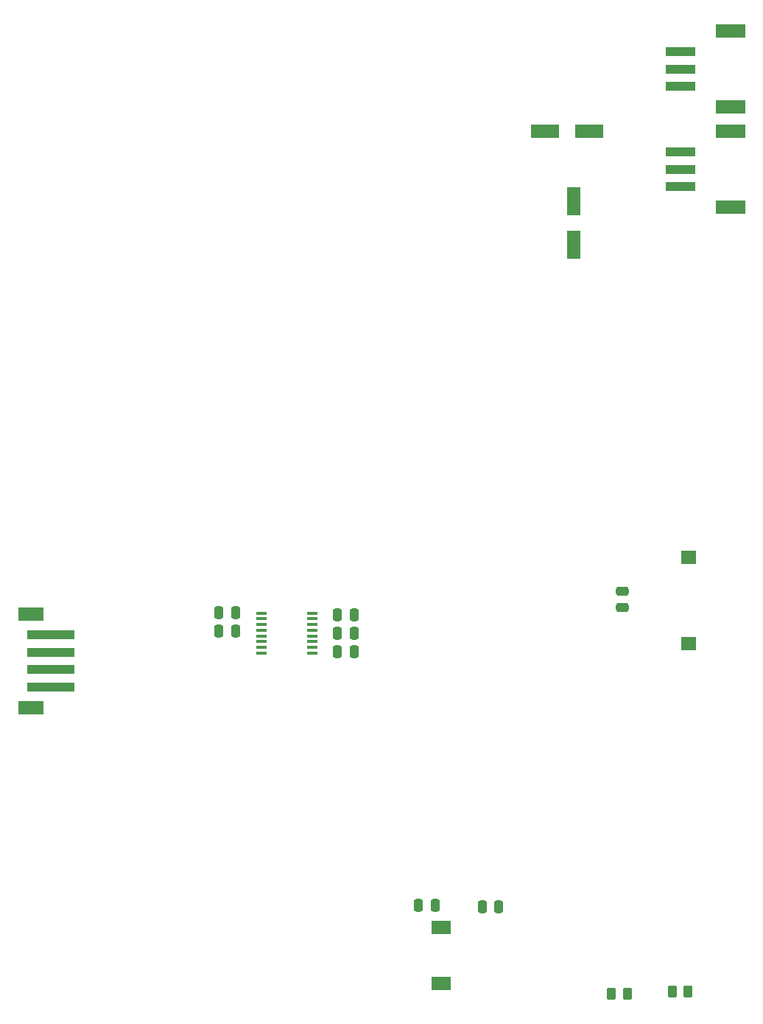
<source format=gbr>
%TF.GenerationSoftware,KiCad,Pcbnew,8.0.8*%
%TF.CreationDate,2026-02-11T18:54:27+05:30*%
%TF.ProjectId,Final_Integration,46696e61-6c5f-4496-9e74-656772617469,rev?*%
%TF.SameCoordinates,Original*%
%TF.FileFunction,Paste,Top*%
%TF.FilePolarity,Positive*%
%FSLAX46Y46*%
G04 Gerber Fmt 4.6, Leading zero omitted, Abs format (unit mm)*
G04 Created by KiCad (PCBNEW 8.0.8) date 2026-02-11 18:54:27*
%MOMM*%
%LPD*%
G01*
G04 APERTURE LIST*
G04 Aperture macros list*
%AMRoundRect*
0 Rectangle with rounded corners*
0 $1 Rounding radius*
0 $2 $3 $4 $5 $6 $7 $8 $9 X,Y pos of 4 corners*
0 Add a 4 corners polygon primitive as box body*
4,1,4,$2,$3,$4,$5,$6,$7,$8,$9,$2,$3,0*
0 Add four circle primitives for the rounded corners*
1,1,$1+$1,$2,$3*
1,1,$1+$1,$4,$5*
1,1,$1+$1,$6,$7*
1,1,$1+$1,$8,$9*
0 Add four rect primitives between the rounded corners*
20,1,$1+$1,$2,$3,$4,$5,0*
20,1,$1+$1,$4,$5,$6,$7,0*
20,1,$1+$1,$6,$7,$8,$9,0*
20,1,$1+$1,$8,$9,$2,$3,0*%
G04 Aperture macros list end*
%ADD10RoundRect,0.250000X0.250000X0.475000X-0.250000X0.475000X-0.250000X-0.475000X0.250000X-0.475000X0*%
%ADD11R,2.200000X1.500000*%
%ADD12RoundRect,0.250000X0.262500X0.450000X-0.262500X0.450000X-0.262500X-0.450000X0.262500X-0.450000X0*%
%ADD13RoundRect,0.250000X-0.250000X-0.475000X0.250000X-0.475000X0.250000X0.475000X-0.250000X0.475000X0*%
%ADD14R,1.200000X0.350000*%
%ADD15R,1.700000X1.500000*%
%ADD16R,5.500000X1.000000*%
%ADD17R,3.000000X1.600000*%
%ADD18RoundRect,0.250000X0.475000X-0.250000X0.475000X0.250000X-0.475000X0.250000X-0.475000X-0.250000X0*%
%ADD19R,3.200000X1.600000*%
%ADD20R,1.600000X3.200000*%
%ADD21R,3.500000X1.000000*%
%ADD22R,3.400000X1.500000*%
G04 APERTURE END LIST*
D10*
%TO.C,C4*%
X102270000Y-120400000D03*
X100370000Y-120400000D03*
%TD*%
%TO.C,C3*%
X102270000Y-122530000D03*
X100370000Y-122530000D03*
%TD*%
D11*
%TO.C,L1*%
X112300000Y-156325000D03*
X112300000Y-162725000D03*
%TD*%
D10*
%TO.C,C1*%
X118905000Y-153905000D03*
X117005000Y-153905000D03*
%TD*%
D12*
%TO.C,R1*%
X133667500Y-163905000D03*
X131842500Y-163905000D03*
%TD*%
D13*
%TO.C,C5*%
X100370000Y-124670000D03*
X102270000Y-124670000D03*
%TD*%
D14*
%TO.C,IC1*%
X97480000Y-124780000D03*
X97480000Y-124130000D03*
X97480000Y-123480000D03*
X97480000Y-122830000D03*
X97480000Y-122180000D03*
X97480000Y-121530000D03*
X97480000Y-120880000D03*
X97480000Y-120230000D03*
X91630000Y-120230000D03*
X91630000Y-120880000D03*
X91630000Y-121530000D03*
X91630000Y-122180000D03*
X91630000Y-122830000D03*
X91630000Y-123480000D03*
X91630000Y-124130000D03*
X91630000Y-124780000D03*
%TD*%
D10*
%TO.C,C6*%
X88640000Y-120170000D03*
X86740000Y-120170000D03*
%TD*%
D12*
%TO.C,R2*%
X140667500Y-163705000D03*
X138842500Y-163705000D03*
%TD*%
D15*
%TO.C,LS1*%
X140735000Y-113815000D03*
X140735000Y-123715000D03*
%TD*%
D16*
%TO.C,J3*%
X67405000Y-128705000D03*
X67405000Y-126705000D03*
X67405000Y-124705000D03*
X67405000Y-122705000D03*
D17*
X65155000Y-131105000D03*
X65155000Y-120305000D03*
%TD*%
D10*
%TO.C,C7*%
X88650000Y-122310000D03*
X86750000Y-122310000D03*
%TD*%
D18*
%TO.C,C8*%
X133095000Y-119605000D03*
X133095000Y-117705000D03*
%TD*%
D10*
%TO.C,C2*%
X111580000Y-153755000D03*
X109680000Y-153755000D03*
%TD*%
D19*
%TO.C,C1*%
X124260000Y-64880000D03*
X129260000Y-64880000D03*
%TD*%
D20*
%TO.C,C2*%
X127560000Y-77890000D03*
X127560000Y-72890000D03*
%TD*%
D21*
%TO.C,S2*%
X139775000Y-71250000D03*
X139775000Y-69250000D03*
X139775000Y-67250000D03*
D22*
X145525000Y-73600000D03*
X145525000Y-64900000D03*
%TD*%
D21*
%TO.C,S1*%
X139775000Y-59725000D03*
X139775000Y-57725000D03*
X139775000Y-55725000D03*
D22*
X145525000Y-62075000D03*
X145525000Y-53375000D03*
%TD*%
M02*

</source>
